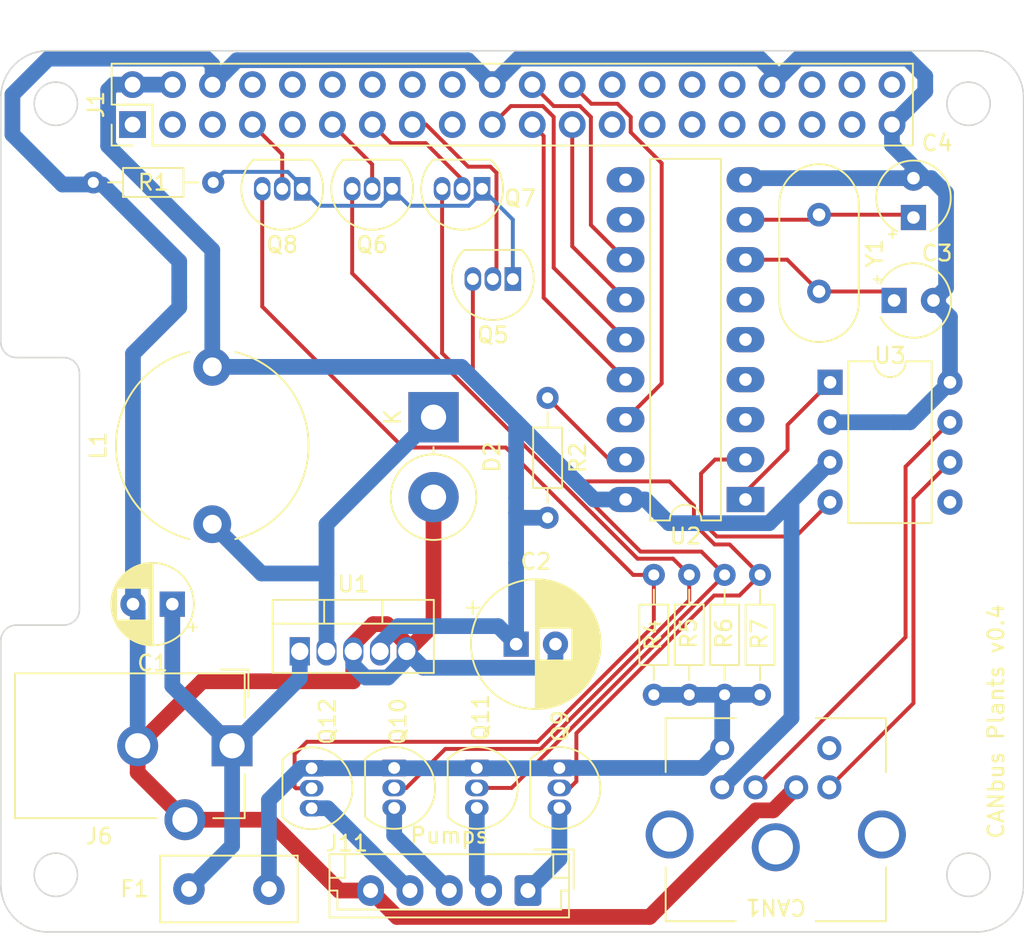
<source format=kicad_pcb>
(kicad_pcb (version 20211014) (generator pcbnew)
  (layers (0 "F.Cu" signal) (31 "B.Cu" signal) (34 "B.Paste" user) (35 "F.Paste" user) (36 "B.SilkS" user "B.Silkscreen") (37 "F.SilkS" user "F.Silkscreen") (38 "B.Mask" user) (39 "F.Mask" user) (44 "Edge.Cuts" user))
  (net 0 "")
  (net 1 "+12V")
  (net 2 "+5v")
  (net 3 "GND")
  (net 10 "Net-(C3-Pad1)")
  (net 11 "Net-(C4-Pad1)")
  (net 24 "SI")
  (net 25 "SO")
  (net 26 "INT")
  (net 27 "SCK")
  (net 28 "CS")
  (net 29 "CANH")
  (net 30 "GPIO4")
  (net 36 "CANL")
  (net 37 "Net-(D2-Pad1)")
  (net 38 "Net-(R2-Pad1)")
  (net 39 "+3v")
  (net 40 "GPIO5")
  (net 41 "Net-(Q5-Pad3)")
  (net 42 "Net-(J11-Pad1)")
  (net 44 "Net-(Q10-Pad2)")
  (net 45 "Net-(Q11-Pad2)")
  (net 46 "Net-(Q12-Pad2)")
  (net 47 "SWCUR")
  (net 49 "GPIO22")
  (net 50 "GPIO27")
  (net 51 "GPIO17")
  (net 55 "Net-(J11-Pad2)")
  (net 56 "Net-(J11-Pad3)")
  (net 57 "Net-(J11-Pad4)")
  (net 58 "PROT_12v")
  (net 60 "Net-(U3-Pad4)")
  (net 61 "Net-(U2-Pad1)")
  (footprint "Package_TO_SOT_THT:TO-92_Inline" (layer "F.Cu") (at 39.37 24.405 180)
    (fp_text reference "Q6" (at 1.27 -3.56) (layer "F.SilkS"))
    (fp_text value "2N3904")
    (pad "1" thru_hole rect (at 0 0 180) (size 1.05 1.5) (drill 0.75) (layers *.Cu *.Mask) (net 47 "SWCUR"))
    (pad "2" thru_hole oval (at 1.27 0 180) (size 1.05 1.5) (drill 0.75) (layers *.Cu *.Mask) (net 51 "GPIO17"))
    (pad "3" thru_hole oval (at 2.54 0 180) (size 1.05 1.5) (drill 0.75) (layers *.Cu *.Mask) (net 44 "Net-(Q10-Pad2)"))
  )
  (footprint "Inductor_THT:L_Radial_D12.0mm_P10.00mm_Neosid_SD12_style1" (layer "F.Cu") (at 27.94 45.72 90)
    (fp_text reference "L1" (at 5 -7.25 90) (layer "F.SilkS"))
    (fp_text value "100uH")
    (pad "1" thru_hole circle (at 0 0 90) (size 2.4 2.4) (drill 1.2) (layers *.Cu *.Mask) (net 37 "Net-(D2-Pad1)"))
    (pad "2" thru_hole circle (at 10 0 90) (size 2.4 2.4) (drill 1.2) (layers *.Cu *.Mask) (net 2 "+5v"))
  )
  (footprint "Capacitor_THT:CP_Radial_D8.0mm_P2.50mm" (layer "F.Cu") (at 47.25 53.34)
    (fp_text reference "C2" (at 1.25 -5.25) (layer "F.SilkS"))
    (fp_text value "1000uF")
    (pad "1" thru_hole rect (at 0 0) (size 1.6 1.6) (drill 0.8) (layers *.Cu *.Mask) (net 2 "+5v"))
    (pad "2" thru_hole circle (at 2.5 0) (size 1.6 1.6) (drill 0.8) (layers *.Cu *.Mask) (net 3 "GND"))
  )
  (footprint "Resistor_THT:R_Axial_DIN0204_L3.6mm_D1.6mm_P7.62mm_Horizontal" (layer "F.Cu") (at 58.25 48.94 -90)
    (fp_text reference "R5" (at 3.71 0.05 90) (layer "F.SilkS"))
    (fp_text value "10k")
    (pad "1" thru_hole circle (at 0 0 270) (size 1.4 1.4) (drill 0.7) (layers *.Cu *.Mask) (net 44 "Net-(Q10-Pad2)"))
    (pad "2" thru_hole oval (at 7.62 0 270) (size 1.4 1.4) (drill 0.7) (layers *.Cu *.Mask) (net 58 "PROT_12v"))
  )
  (footprint "Package_TO_SOT_THT:TO-92_Inline" (layer "F.Cu") (at 34.25 61.23 -90)
    (fp_text reference "Q12" (at -2.98 -1 90) (layer "F.SilkS"))
    (fp_text value "S8550")
    (pad "1" thru_hole rect (at 0 0 270) (size 1.05 1.5) (drill 0.75) (layers *.Cu *.Mask) (net 58 "PROT_12v"))
    (pad "2" thru_hole oval (at 1.27 0 270) (size 1.05 1.5) (drill 0.75) (layers *.Cu *.Mask) (net 46 "Net-(Q12-Pad2)"))
    (pad "3" thru_hole oval (at 2.54 0 270) (size 1.05 1.5) (drill 0.75) (layers *.Cu *.Mask) (net 57 "Net-(J11-Pad4)"))
  )
  (footprint "Package_TO_SOT_THT:TO-92_Inline" (layer "F.Cu") (at 50 61.21 -90)
    (fp_text reference "Q9" (at -2.66 -0.05 90) (layer "F.SilkS"))
    (fp_text value "S8550")
    (pad "1" thru_hole rect (at 0 0 270) (size 1.05 1.5) (drill 0.75) (layers *.Cu *.Mask) (net 58 "PROT_12v"))
    (pad "2" thru_hole oval (at 1.27 0 270) (size 1.05 1.5) (drill 0.75) (layers *.Cu *.Mask) (net 41 "Net-(Q5-Pad3)"))
    (pad "3" thru_hole oval (at 2.54 0 270) (size 1.05 1.5) (drill 0.75) (layers *.Cu *.Mask) (net 42 "Net-(J11-Pad1)"))
  )
  (footprint "Resistor_THT:R_Axial_DIN0204_L3.6mm_D1.6mm_P7.62mm_Horizontal" (layer "F.Cu") (at 56 48.94 -90)
    (fp_text reference "R4" (at 3.81 0.05 90) (layer "F.SilkS"))
    (fp_text value "10k")
    (pad "1" thru_hole circle (at 0 0 270) (size 1.4 1.4) (drill 0.7) (layers *.Cu *.Mask) (net 46 "Net-(Q12-Pad2)"))
    (pad "2" thru_hole oval (at 7.62 0 270) (size 1.4 1.4) (drill 0.7) (layers *.Cu *.Mask) (net 58 "PROT_12v"))
  )
  (footprint "Package_TO_SOT_THT:TO-92_Inline" (layer "F.Cu") (at 33.655 24.405 180)
    (fp_text reference "Q8" (at 1.27 -3.56) (layer "F.SilkS"))
    (fp_text value "2N3904")
    (pad "1" thru_hole rect (at 0 0 180) (size 1.05 1.5) (drill 0.75) (layers *.Cu *.Mask) (net 47 "SWCUR"))
    (pad "2" thru_hole oval (at 1.27 0 180) (size 1.05 1.5) (drill 0.75) (layers *.Cu *.Mask) (net 30 "GPIO4"))
    (pad "3" thru_hole oval (at 2.54 0 180) (size 1.05 1.5) (drill 0.75) (layers *.Cu *.Mask) (net 46 "Net-(Q12-Pad2)"))
  )
  (footprint "Footprints:Connector_MiniDIN_6" (layer "F.Cu") (at 63.75 66.25 180)
    (fp_text reference "CAN1" (at 0 -3.81 180 unlocked) (layer "F.SilkS"))
    (fp_text value "Mini-DIN-6")
    (pad "" thru_hole circle (at -6.7437 0.8128 180) (size 3.048 3.048) (drill 2.1844) (layers *.Cu *.Mask))
    (pad "" thru_hole circle (at 6.7437 0.8128 180) (size 3.048 3.048) (drill 2.1844) (layers *.Cu *.Mask))
    (pad "" thru_hole circle (at 0 0 180) (size 3.048 3.048) (drill 2.1844) (layers *.Cu *.Mask))
    (pad "1" thru_hole circle (at -1.2954 3.81 180) (size 1.524 1.524) (drill 0.889) (layers *.Cu *.Mask) (net 3 "GND"))
    (pad "2" thru_hole circle (at 1.2954 3.81 180) (size 1.524 1.524) (drill 0.889) (layers *.Cu *.Mask) (net 29 "CANH"))
    (pad "3" thru_hole circle (at -3.4036 3.81 180) (size 1.524 1.524) (drill 0.889) (layers *.Cu *.Mask) (net 36 "CANL"))
    (pad "4" thru_hole circle (at 3.4036 3.81 180) (size 1.524 1.524) (drill 0.889) (layers *.Cu *.Mask) (net 2 "+5v"))
    (pad "5" thru_hole circle (at -3.4036 6.2992 180) (size 1.524 1.524) (drill 0.889) (layers *.Cu *.Mask))
    (pad "6" thru_hole circle (at 3.4036 6.2992 180) (size 1.524 1.524) (drill 0.889) (layers *.Cu *.Mask) (net 58 "PROT_12v"))
  )
  (footprint "Capacitor_THT:CP_Radial_D5.0mm_P2.50mm" (layer "F.Cu") (at 25.4 50.8 180)
    (fp_text reference "C1" (at 1.25 -3.75) (layer "F.SilkS"))
    (fp_text value "100uF")
    (pad "1" thru_hole rect (at 0 0 180) (size 1.6 1.6) (drill 0.8) (layers *.Cu *.Mask) (net 1 "+12V"))
    (pad "2" thru_hole circle (at 2.5 0 180) (size 1.6 1.6) (drill 0.8) (layers *.Cu *.Mask) (net 3 "GND"))
  )
  (footprint "Package_DIP:DIP-8_W7.62mm" (layer "F.Cu") (at 67.2 36.7)
    (fp_text reference "U3" (at 3.81 -1.7) (layer "F.SilkS"))
    (fp_text value "MCP2561-E-P")
    (pad "1" thru_hole rect (at 0 0) (size 1.6 1.6) (drill 0.8) (layers *.Cu *.Mask) (net 61 "Net-(U2-Pad1)"))
    (pad "2" thru_hole oval (at 0 2.54) (size 1.6 1.6) (drill 0.8) (layers *.Cu *.Mask) (net 3 "GND"))
    (pad "3" thru_hole oval (at 0 5.08) (size 1.6 1.6) (drill 0.8) (layers *.Cu *.Mask) (net 2 "+5v"))
    (pad "4" thru_hole oval (at 0 7.62) (size 1.6 1.6) (drill 0.8) (layers *.Cu *.Mask) (net 60 "Net-(U3-Pad4)"))
    (pad "5" thru_hole oval (at 7.62 7.62) (size 1.6 1.6) (drill 0.8) (layers *.Cu *.Mask))
    (pad "6" thru_hole oval (at 7.62 5.08) (size 1.6 1.6) (drill 0.8) (layers *.Cu *.Mask) (net 36 "CANL"))
    (pad "7" thru_hole oval (at 7.62 2.54) (size 1.6 1.6) (drill 0.8) (layers *.Cu *.Mask) (net 29 "CANH"))
    (pad "8" thru_hole oval (at 7.62 0) (size 1.6 1.6) (drill 0.8) (layers *.Cu *.Mask) (net 3 "GND"))
  )
  (footprint "Fuse:Fuse_Littelfuse_395Series" (layer "F.Cu") (at 26.46 68.9)
    (fp_text reference "F1" (at -3.46 0) (layer "F.SilkS"))
    (fp_text value "Polyfuse")
    (pad "1" thru_hole circle (at 0 0) (size 2 2) (drill 1) (layers *.Cu *.Mask) (net 1 "+12V"))
    (pad "2" thru_hole circle (at 5.08 0.01) (size 2 2) (drill 1) (layers *.Cu *.Mask) (net 58 "PROT_12v"))
  )
  (footprint "Package_DIP:DIP-18_W7.62mm_LongPads" (layer "F.Cu") (at 61.825 44.15 180)
    (fp_text reference "U2" (at 3.81 -2.33) (layer "F.SilkS"))
    (fp_text value "MCP2515")
    (pad "1" thru_hole rect (at 0 0 180) (size 2.4 1.6) (drill 0.8) (layers *.Cu *.Mask) (net 61 "Net-(U2-Pad1)"))
    (pad "2" thru_hole oval (at 0 2.54 180) (size 2.4 1.6) (drill 0.8) (layers *.Cu *.Mask) (net 60 "Net-(U3-Pad4)"))
    (pad "3" thru_hole oval (at 0 5.08 180) (size 2.4 1.6) (drill 0.8) (layers *.Cu *.Mask))
    (pad "4" thru_hole oval (at 0 7.62 180) (size 2.4 1.6) (drill 0.8) (layers *.Cu *.Mask))
    (pad "5" thru_hole oval (at 0 10.16 180) (size 2.4 1.6) (drill 0.8) (layers *.Cu *.Mask))
    (pad "6" thru_hole oval (at 0 12.7 180) (size 2.4 1.6) (drill 0.8) (layers *.Cu *.Mask))
    (pad "7" thru_hole oval (at 0 15.24 180) (size 2.4 1.6) (drill 0.8) (layers *.Cu *.Mask) (net 10 "Net-(C3-Pad1)"))
    (pad "8" thru_hole oval (at 0 17.78 180) (size 2.4 1.6) (drill 0.8) (layers *.Cu *.Mask) (net 11 "Net-(C4-Pad1)"))
    (pad "9" thru_hole oval (at 0 20.32 180) (size 2.4 1.6) (drill 0.8) (layers *.Cu *.Mask) (net 3 "GND"))
    (pad "10" thru_hole oval (at 7.62 20.32 180) (size 2.4 1.6) (drill 0.8) (layers *.Cu *.Mask))
    (pad "11" thru_hole oval (at 7.62 17.78 180) (size 2.4 1.6) (drill 0.8) (layers *.Cu *.Mask))
    (pad "12" thru_hole oval (at 7.62 15.24 180) (size 2.4 1.6) (drill 0.8) (layers *.Cu *.Mask) (net 26 "INT"))
    (pad "13" thru_hole oval (at 7.62 12.7 180) (size 2.4 1.6) (drill 0.8) (layers *.Cu *.Mask) (net 27 "SCK"))
    (pad "14" thru_hole oval (at 7.62 10.16 180) (size 2.4 1.6) (drill 0.8) (layers *.Cu *.Mask) (net 24 "SI"))
    (pad "15" thru_hole oval (at 7.62 7.62 180) (size 2.4 1.6) (drill 0.8) (layers *.Cu *.Mask) (net 25 "SO"))
    (pad "16" thru_hole oval (at 7.62 5.08 180) (size 2.4 1.6) (drill 0.8) (layers *.Cu *.Mask) (net 28 "CS"))
    (pad "17" thru_hole oval (at 7.62 2.54 180) (size 2.4 1.6) (drill 0.8) (layers *.Cu *.Mask) (net 38 "Net-(R2-Pad1)"))
    (pad "18" thru_hole oval (at 7.62 0 180) (size 2.4 1.6) (drill 0.8) (layers *.Cu *.Mask) (net 2 "+5v"))
  )
  (footprint "Package_TO_SOT_THT:TO-92_Inline" (layer "F.Cu") (at 39.5 61.21 -90)
    (fp_text reference "Q10" (at -2.96 -0.25 90) (layer "F.SilkS"))
    (fp_text value "S8550")
    (pad "1" thru_hole rect (at 0 0 270) (size 1.05 1.5) (drill 0.75) (layers *.Cu *.Mask) (net 58 "PROT_12v"))
    (pad "2" thru_hole oval (at 1.27 0 270) (size 1.05 1.5) (drill 0.75) (layers *.Cu *.Mask) (net 44 "Net-(Q10-Pad2)"))
    (pad "3" thru_hole oval (at 2.54 0 270) (size 1.05 1.5) (drill 0.75) (layers *.Cu *.Mask) (net 56 "Net-(J11-Pad3)"))
  )
  (footprint "Package_TO_SOT_THT:TO-92_Inline" (layer "F.Cu") (at 47.04 30.14 180)
    (fp_text reference "Q5" (at 1.27 -3.56) (layer "F.SilkS"))
    (fp_text value "2N3904")
    (pad "1" thru_hole rect (at 0 0 180) (size 1.05 1.5) (drill 0.75) (layers *.Cu *.Mask) (net 47 "SWCUR"))
    (pad "2" thru_hole oval (at 1.27 0 180) (size 1.05 1.5) (drill 0.75) (layers *.Cu *.Mask) (net 49 "GPIO22"))
    (pad "3" thru_hole oval (at 2.54 0 180) (size 1.05 1.5) (drill 0.75) (layers *.Cu *.Mask) (net 41 "Net-(Q5-Pad3)"))
  )
  (footprint "Resistor_THT:R_Axial_DIN0204_L3.6mm_D1.6mm_P7.62mm_Horizontal" (layer "F.Cu") (at 62.75 48.94 -90)
    (fp_text reference "R7" (at 3.76 0.05 90) (layer "F.SilkS"))
    (fp_text value "10k")
    (pad "1" thru_hole circle (at 0 0 270) (size 1.4 1.4) (drill 0.7) (layers *.Cu *.Mask) (net 41 "Net-(Q5-Pad3)"))
    (pad "2" thru_hole oval (at 7.62 0 270) (size 1.4 1.4) (drill 0.7) (layers *.Cu *.Mask) (net 58 "PROT_12v"))
  )
  (footprint "Package_TO_SOT_THT:TO-92_Inline" (layer "F.Cu") (at 44.75 61.21 -90)
    (fp_text reference "Q11" (at -3.21 -0.25 90) (layer "F.SilkS"))
    (fp_text value "S8550")
    (pad "1" thru_hole rect (at 0 0 270) (size 1.05 1.5) (drill 0.75) (layers *.Cu *.Mask) (net 58 "PROT_12v"))
    (pad "2" thru_hole oval (at 1.27 0 270) (size 1.05 1.5) (drill 0.75) (layers *.Cu *.Mask) (net 45 "Net-(Q11-Pad2)"))
    (pad "3" thru_hole oval (at 2.54 0 270) (size 1.05 1.5) (drill 0.75) (layers *.Cu *.Mask) (net 55 "Net-(J11-Pad2)"))
  )
  (footprint "Crystal:Crystal_HC49-U_Vertical" (layer "F.Cu") (at 66.5 26.05 -90)
    (fp_text reference "Y1" (at 2.44 -3.525 90) (layer "F.SilkS"))
    (fp_text value "Crystal")
    (pad "1" thru_hole circle (at 0 0 270) (size 1.5 1.5) (drill 0.8) (layers *.Cu *.Mask) (net 11 "Net-(C4-Pad1)"))
    (pad "2" thru_hole circle (at 4.88 0 270) (size 1.5 1.5) (drill 0.8) (layers *.Cu *.Mask) (net 10 "Net-(C3-Pad1)"))
  )
  (footprint "Connector_PinHeader_2.54mm:PinHeader_2x20_P2.54mm_Vertical" (layer "F.Cu") (at 22.875 20.325 90)
    (fp_text reference "J1" (at 1.27 -2.33 90) (layer "F.SilkS"))
    (fp_text value "Raspberry_Pi_2_3")
    (pad "1" thru_hole rect (at 0 0 90) (size 1.7 1.7) (drill 1) (layers *.Cu *.Mask) (net 39 "+3v"))
    (pad "2" thru_hole oval (at 2.54 0 90) (size 1.7 1.7) (drill 1) (layers *.Cu *.Mask) (net 2 "+5v"))
    (pad "3" thru_hole oval (at 0 2.54 90) (size 1.7 1.7) (drill 1) (layers *.Cu *.Mask))
    (pad "4" thru_hole oval (at 2.54 2.54 90) (size 1.7 1.7) (drill 1) (layers *.Cu *.Mask) (net 2 "+5v"))
    (pad "5" thru_hole oval (at 0 5.08 90) (size 1.7 1.7) (drill 1) (layers *.Cu *.Mask))
    (pad "6" thru_hole oval (at 2.54 5.08 90) (size 1.7 1.7) (drill 1) (layers *.Cu *.Mask) (net 3 "GND"))
    (pad "7" thru_hole oval (at 0 7.62 90) (size 1.7 1.7) (drill 1) (layers *.Cu *.Mask) (net 30 "GPIO4"))
    (pad "8" thru_hole oval (at 2.54 7.62 90) (size 1.7 1.7) (drill 1) (layers *.Cu *.Mask))
    (pad "9" thru_hole oval (at 0 10.16 90) (size 1.7 1.7) (drill 1) (layers *.Cu *.Mask))
    (pad "10" thru_hole oval (at 2.54 10.16 90) (size 1.7 1.7) (drill 1) (layers *.Cu *.Mask))
    (pad "11" thru_hole oval (at 0 12.7 90) (size 1.7 1.7) (drill 1) (layers *.Cu *.Mask) (net 51 "GPIO17"))
    (pad "12" thru_hole oval (at 2.54 12.7 90) (size 1.7 1.7) (drill 1) (layers *.Cu *.Mask))
    (pad "13" thru_hole oval (at 0 15.24 90) (size 1.7 1.7) (drill 1) (layers *.Cu *.Mask) (net 50 "GPIO27"))
    (pad "14" thru_hole oval (at 2.54 15.24 90) (size 1.7 1.7) (drill 1) (layers *.Cu *.Mask))
    (pad "15" thru_hole oval (at 0 17.78 90) (size 1.7 1.7) (drill 1) (layers *.Cu *.Mask) (net 49 "GPIO22"))
    (pad "16" thru_hole oval (at 2.54 17.78 90) (size 1.7 1.7) (drill 1) (layers *.Cu *.Mask))
    (pad "17" thru_hole oval (at 0 20.32 90) (size 1.7 1.7) (drill 1) (layers *.Cu *.Mask))
    (pad "18" thru_hole oval (at 2.54 20.32 90) (size 1.7 1.7) (drill 1) (layers *.Cu *.Mask))
    (pad "19" thru_hole oval (at 0 22.86 90) (size 1.7 1.7) (drill 1) (layers *.Cu *.Mask) (net 24 "SI"))
    (pad "20" thru_hole oval (at 2.54 22.86 90) (size 1.7 1.7) (drill 1) (layers *.Cu *.Mask) (net 3 "GND"))
    (pad "21" thru_hole oval (at 0 25.4 90) (size 1.7 1.7) (drill 1) (layers *.Cu *.Mask) (net 25 "SO"))
    (pad "22" thru_hole oval (at 2.54 25.4 90) (size 1.7 1.7) (drill 1) (layers *.Cu *.Mask) (net 26 "INT"))
    (pad "23" thru_hole oval (at 0 27.94 90) (size 1.7 1.7) (drill 1) (layers *.Cu *.Mask) (net 27 "SCK"))
    (pad "24" thru_hole oval (at 2.54 27.94 90) (size 1.7 1.7) (drill 1) (layers *.Cu *.Mask) (net 28 "CS"))
    (pad "25" thru_hole oval (at 0 30.48 90) (size 1.7 1.7) (drill 1) (layers *.Cu *.Mask))
    (pad "26" thru_hole oval (at 2.54 30.48 90) (size 1.7 1.7) (drill 1) (layers *.Cu *.Mask))
    (pad "27" thru_hole oval (at 0 33.02 90) (size 1.7 1.7) (drill 1) (layers *.Cu *.Mask))
    (pad "28" thru_hole oval (at 2.54 33.02 90) (size 1.7 1.7) (drill 1) (layers *.Cu *.Mask))
    (pad "29" thru_hole oval (at 0 35.56 90) (size 1.7 1.7) (drill 1) (layers *.Cu *.Mask) (net 40 "GPIO5"))
    (pad "30" thru_hole oval (at 2.54 35.56 90) (size 1.7 1.7) (drill 1) (layers *.Cu *.Mask))
    (pad "31" thru_hole oval (at 0 38.1 90) (size 1.7 1.7) (drill 1) (layers *.Cu *.Mask))
    (pad "32" thru_hole oval (at 2.54 38.1 90) (size 1.7 1.7) (drill 1) (layers *.Cu *.Mask))
    (pad "33" thru_hole oval (at 0 40.64 90) (size 1.7 1.7) (drill 1) (layers *.Cu *.Mask))
    (pad "34" thru_hole oval (at 2.54 40.64 90) (size 1.7 1.7) (drill 1) (layers *.Cu *.Mask) (net 3 "GND"))
    (pad "35" thru_hole oval (at 0 43.18 90) (size 1.7 1.7) (drill 1) (layers *.Cu *.Mask))
    (pad "36" thru_hole oval (at 2.54 43.18 90) (size 1.7 1.7) (drill 1) (layers *.Cu *.Mask))
    (pad "37" thru_hole oval (at 0 45.72 90) (size 1.7 1.7) (drill 1) (layers *.Cu *.Mask))
    (pad "38" thru_hole oval (at 2.54 45.72 90) (size 1.7 1.7) (drill 1) (layers *.Cu *.Mask))
    (pad "39" thru_hole oval (at 0 48.26 90) (size 1.7 1.7) (drill 1) (layers *.Cu *.Mask) (net 3 "GND"))
    (pad "40" thru_hole oval (at 2.54 48.26 90) (size 1.7 1.7) (drill 1) (layers *.Cu *.Mask))
  )
  (footprint "Resistor_THT:R_Axial_DIN0204_L3.6mm_D1.6mm_P7.62mm_Horizontal" (layer "F.Cu") (at 49.25 37.69 -90)
    (fp_text reference "R2" (at 3.81 -1.92 90) (layer "F.SilkS"))
    (fp_text value "10k")
    (pad "1" thru_hole circle (at 0 0 270) (size 1.4 1.4) (drill 0.7) (layers *.Cu *.Mask) (net 38 "Net-(R2-Pad1)"))
    (pad "2" thru_hole oval (at 7.62 0 270) (size 1.4 1.4) (drill 0.7) (layers *.Cu *.Mask) (net 2 "+5v"))
  )
  (footprint "Capacitor_THT:CP_Radial_Tantal_D4.5mm_P2.50mm" (layer "F.Cu") (at 71.271144 31.5)
    (fp_text reference "C3" (at 2.728856 -3) (layer "F.SilkS"))
    (fp_text value "22p")
    (pad "1" thru_hole rect (at 0 0) (size 1.6 1.6) (drill 0.8) (layers *.Cu *.Mask) (net 10 "Net-(C3-Pad1)"))
    (pad "2" thru_hole circle (at 2.5 0) (size 1.6 1.6) (drill 0.8) (layers *.Cu *.Mask) (net 3 "GND"))
  )
  (footprint "Package_TO_SOT_THT:TO-220-5_Vertical" (layer "F.Cu") (at 33.5 53.8)
    (fp_text reference "U1" (at 3.4 -4.27) (layer "F.SilkS"))
    (fp_text value "LM2576T-5")
    (pad "1" thru_hole rect (at 0 0) (size 1.275 1.8) (drill 1.1) (layers *.Cu *.Mask) (net 1 "+12V"))
    (pad "2" thru_hole oval (at 1.7 0) (size 1.275 1.8) (drill 1.1) (layers *.Cu *.Mask) (net 37 "Net-(D2-Pad1)"))
    (pad "3" thru_hole oval (at 3.4 0) (size 1.275 1.8) (drill 1.1) (layers *.Cu *.Mask) (net 3 "GND"))
    (pad "4" thru_hole oval (at 5.1 0) (size 1.275 1.8) (drill 1.1) (layers *.Cu *.Mask) (net 2 "+5v"))
    (pad "5" thru_hole oval (at 6.8 0) (size 1.275 1.8) (drill 1.1) (layers *.Cu *.Mask) (net 3 "GND"))
  )
  (footprint "Connector_JST:JST_EH_B5B-EH-A_1x05_P2.50mm_Vertical" (layer "F.Cu") (at 48 69 180)
    (fp_text reference "J11" (at 11.5 3) (layer "F.SilkS"))
    (fp_text value "Conn_01x05_Male")
    (pad "1" thru_hole roundrect (at 0 0 180) (size 1.7 1.95) (drill 0.95) (layers *.Cu *.Mask) (roundrect_rratio 0.1470588235) (net 42 "Net-(J11-Pad1)"))
    (pad "2" thru_hole oval (at 2.5 0 180) (size 1.7 1.95) (drill 0.95) (layers *.Cu *.Mask) (net 55 "Net-(J11-Pad2)"))
    (pad "3" thru_hole oval (at 5 0 180) (size 1.7 1.95) (drill 0.95) (layers *.Cu *.Mask) (net 56 "Net-(J11-Pad3)"))
    (pad "4" thru_hole oval (at 7.5 0 180) (size 1.7 1.95) (drill 0.95) (layers *.Cu *.Mask) (net 57 "Net-(J11-Pad4)"))
    (pad "5" thru_hole oval (at 10 0 180) (size 1.7 1.95) (drill 0.95) (layers *.Cu *.Mask) (net 3 "GND"))
  )
  (footprint "Diode_THT:D_DO-201AD_P5.08mm_Vertical_KathodeUp" (layer "F.Cu") (at 42 38.92 -90)
    (fp_text reference "D2" (at 2.54 -3.72 90) (layer "F.SilkS"))
    (fp_text value "1n5823")
    (fp_text user "K" (at 0 2.6 90) (layer "F.SilkS"))
    (pad "1" thru_hole rect (at 0 0 270) (size 3.2 3.2) (drill 1.6) (layers *.Cu *.Mask) (net 37 "Net-(D2-Pad1)"))
    (pad "2" thru_hole oval (at 5.08 0 270) (size 3.2 3.2) (drill 1.6) (layers *.Cu *.Mask) (net 3 "GND"))
  )
  (footprint "Package_TO_SOT_THT:TO-92_Inline" (layer "F.Cu") (at 45.085 24.405 180)
    (fp_text reference "Q7" (at -2.415 -0.595) (layer "F.SilkS"))
    (fp_text value "2N3904")
    (pad "1" thru_hole rect (at 0 0 180) (size 1.05 1.5) (drill 0.75) (layers *.Cu *.Mask) (net 47 "SWCUR"))
    (pad "2" thru_hole oval (at 1.27 0 180) (size 1.05 1.5) (drill 0.75) (layers *.Cu *.Mask) (net 50 "GPIO27"))
    (pad "3" thru_hole oval (at 2.54 0 180) (size 1.05 1.5) (drill 0.75) (layers *.Cu *.Mask) (net 45 "Net-(Q11-Pad2)"))
  )
  (footprint "Capacitor_THT:CP_Radial_Tantal_D4.5mm_P2.50mm" (layer "F.Cu") (at 72.5 26.228856 90)
    (fp_text reference "C4" (at 4.728856 1.5 180) (layer "F.SilkS"))
    (fp_text value "22p")
    (pad "1" thru_hole rect (at 0 0 90) (size 1.6 1.6) (drill 0.8) (layers *.Cu *.Mask) (net 11 "Net-(C4-Pad1)"))
    (pad "2" thru_hole circle (at 2.5 0 90) (size 1.6 1.6) (drill 0.8) (layers *.Cu *.Mask) (net 3 "GND"))
  )
  (footprint "Resistor_THT:R_Axial_DIN0204_L3.6mm_D1.6mm_P7.62mm_Horizontal" (layer "F.Cu") (at 28 24 180)
    (fp_text reference "R1" (at 3.81 0) (layer "F.SilkS"))
    (fp_text value "1k")
    (pad "1" thru_hole circle (at 0 0 180) (size 1.4 1.4) (drill 0.7) (layers *.Cu *.Mask) (net 47 "SWCUR"))
    (pad "2" thru_hole oval (at 7.62 0 180) (size 1.4 1.4) (drill 0.7) (layers *.Cu *.Mask) (net 3 "GND"))
  )
  (footprint "Resistor_THT:R_Axial_DIN0204_L3.6mm_D1.6mm_P7.62mm_Horizontal" (layer "F.Cu") (at 60.5 48.94 -90)
    (fp_text reference "R6" (at 3.71 0.05 90) (layer "F.SilkS"))
    (fp_text value "10k")
    (pad "1" thru_hole circle (at 0 0 270) (size 1.4 1.4) (drill 0.7) (layers *.Cu *.Mask) (net 45 "Net-(Q11-Pad2)"))
    (pad "2" thru_hole oval (at 7.62 0 270) (size 1.4 1.4) (drill 0.7) (layers *.Cu *.Mask) (net 58 "PROT_12v"))
  )
  (footprint "Connector_BarrelJack:BarrelJack_CUI_PJ-102AH_Horizontal" (layer "F.Cu") (at 29.2 59.8 -90)
    (fp_text reference "J6" (at 5.75 8.45) (layer "F.SilkS"))
    (fp_text value "Barrel_Jack")
    (pad "1" thru_hole rect (at 0 0 270) (size 2.6 2.6) (drill 1.6) (layers *.Cu *.Mask) (net 1 "+12V"))
    (pad "2" thru_hole circle (at 0 6 270) (size 2.6 2.6) (drill 1.6) (layers *.Cu *.Mask) (net 3 "GND"))
    (pad "3" thru_hole circle (at 4.7 3 270) (size 2.6 2.6) (drill 1.6) (layers *.Cu *.Mask) (net 3 "GND"))
  )
  (gr_line (start 15.5 35.13132) (end 18.5 35.13132) (layer "Edge.Cuts") (width 0.1))
  (gr_arc (start 14.5 53.13132) (mid 14.792893 52.424213) (end 15.5 52.13132) (layer "Edge.Cuts") (width 0.1))
  (gr_arc (start 17.5 71.63132) (mid 15.37868 70.75264) (end 14.5 68.63132) (layer "Edge.Cuts") (width 0.1))
  (gr_circle (center 18 68) (end 19.375 68) (layer "Edge.Cuts") (width 0.1) (fill none))
  (gr_arc (start 18.5 35.13132) (mid 19.207107 35.424213) (end 19.5 36.13132) (layer "Edge.Cuts") (width 0.1))
  (gr_arc (start 15.5 35.13132) (mid 14.792893 34.838427) (end 14.5 34.13132) (layer "Edge.Cuts") (width 0.1))
  (gr_line (start 19.5 36.13132) (end 19.5 51.13132) (layer "Edge.Cuts") (width 0.1))
  (gr_line (start 17.5 71.63132) (end 76.5 71.63132) (layer "Edge.Cuts") (width 0.1))
  (gr_circle (center 76 19) (end 77.375 19) (layer "Edge.Cuts") (width 0.1) (fill none))
  (gr_line (start 14.5 18.63132) (end 14.5 34.13132) (layer "Edge.Cuts") (width 0.1))
  (gr_circle (center 18 19) (end 19.375 19) (layer "Edge.Cuts") (width 0.1) (fill none))
  (gr_arc (start 19.5 51.13132) (mid 19.207107 51.838427) (end 18.5 52.13132) (layer "Edge.Cuts") (width 0.1))
  (gr_line (start 79.5 18.63132) (end 79.5 68.63132) (layer "Edge.Cuts") (width 0.1))
  (gr_line (start 14.5 53.13132) (end 14.5 68.63132) (layer "Edge.Cuts") (width 0.1))
  (gr_arc (start 79.5 68.63132) (mid 78.62132 70.75264) (end 76.5 71.63132) (layer "Edge.Cuts") (width 0.1))
  (gr_line (start 18.5 52.13132) (end 15.5 52.13132) (layer "Edge.Cuts") (width 0.1))
  (gr_circle (center 76 68) (end 77.375 68) (layer "Edge.Cuts") (width 0.1) (fill none))
  (gr_line (start 17.5 15.63132) (end 76.5 15.63132) (layer "Edge.Cuts") (width 0.1))
  (gr_arc (start 76.5 15.63132) (mid 78.62132 16.51) (end 79.5 18.63132) (layer "Edge.Cuts") (width 0.1))
  (gr_arc (start 14.5 18.63132) (mid 15.37868 16.51) (end 17.5 15.63132) (layer "Edge.Cuts") (width 0.1))
  (gr_text "Pumps" (at 43 65.5) (layer "F.SilkS") (effects (font (size 1 1))))
  (gr_text "CANbus Plants v0.4" (at 77.75 58.25 90) (layer "F.SilkS") (effects (font (size 1 1))))
  (segment (start 33.5 55.5) (end 29.2 59.8) (width 1) (layer "B.Cu") (net 1))
  (segment (start 29.2 66.16) (end 26.46 68.9) (width 1) (layer "B.Cu") (net 1))
  (segment (start 25.4 50.8) (end 25.4 56) (width 1) (layer "B.Cu") (net 1))
  (segment (start 33.5 53.8) (end 33.5 55.5) (width 1) (layer "B.Cu") (net 1))
  (segment (start 25.4 56) (end 29.2 59.8) (width 1) (layer "B.Cu") (net 1))
  (segment (start 29.2 59.8) (end 29.2 66.16) (width 1) (layer "B.Cu") (net 1))
  (segment (start 55.46 44.15) (end 56.962711 45.652711) (width 1) (layer "B.Cu") (net 2))
  (segment (start 67.2 41.78) (end 64.75 44.23) (width 1) (layer "B.Cu") (net 2))
  (segment (start 25.415 17.785) (end 22.875 17.785) (width 1) (layer "B.Cu") (net 2))
  (segment (start 63.327289 45.652711) (end 67.2 41.78) (width 1) (layer "B.Cu") (net 2))
  (segment (start 21.322289 18.13563) (end 21.672919 17.785) (width 1) (layer "B.Cu") (net 2))
  (segment (start 47.25 39.2) (end 52.2 44.15) (width 1) (layer "B.Cu") (net 2))
  (segment (start 21.322289 21.674578) (end 27.94 28.292289) (width 1) (layer "B.Cu") (net 2))
  (segment (start 47.25 48.2) (end 47.25 45) (width 1) (layer "B.Cu") (net 2))
  (segment (start 47.25 39.2) (end 43.77 35.72) (width 1) (layer "B.Cu") (net 2))
  (segment (start 64.75 58.0364) (end 60.3464 62.44) (width 1) (layer "B.Cu") (net 2))
  (segment (start 38.6 53.8) (end 38.6 53.342143) (width 1) (layer "B.Cu") (net 2))
  (segment (start 49.25 45.31) (end 47.56 45.31) (width 1) (layer "B.Cu") (net 2))
  (segment (start 47.25 48.2) (end 47.25 53.34) (width 1) (layer "B.Cu") (net 2))
  (segment (start 21.322289 21.674578) (end 21.322289 18.13563) (width 1) (layer "B.Cu") (net 2))
  (segment (start 39.744863 52.19728) (end 46.10728 52.19728) (width 1) (layer "B.Cu") (net 2))
  (segment (start 54.205 44.15) (end 55.46 44.15) (width 1) (layer "B.Cu") (net 2))
  (segment (start 47.25 44.05) (end 47.25 39.2) (width 1) (layer "B.Cu") (net 2))
  (segment (start 46.10728 52.19728) (end 47.25 53.34) (width 1) (layer "B.Cu") (net 2))
  (segment (start 38.6 53.342143) (end 39.744863 52.19728) (width 1) (layer "B.Cu") (net 2))
  (segment (start 43.77 35.72) (end 27.94 35.72) (width 1) (layer "B.Cu") (net 2))
  (segment (start 27.94 28.292289) (end 27.94 35.72) (width 1) (layer "B.Cu") (net 2))
  (segment (start 52.2 44.15) (end 54.205 44.15) (width 1) (layer "B.Cu") (net 2))
  (segment (start 47.56 45.31) (end 47.25 45) (width 1) (layer "B.Cu") (net 2))
  (segment (start 56.962711 45.652711) (end 63.327289 45.652711) (width 1) (layer "B.Cu") (net 2))
  (segment (start 64.75 44.23) (end 64.75 58.0364) (width 1) (layer "B.Cu") (net 2))
  (segment (start 47.25 45) (end 47.25 44.05) (width 1) (layer "B.Cu") (net 2))
  (segment (start 21.672919 17.785) (end 22.875 17.785) (width 1) (layer "B.Cu") (net 2))
  (segment (start 63.580689 63.904711) (end 65.0454 62.44) (width 1) (layer "F.Cu") (net 3))
  (segment (start 38.172143 52.07) (end 36.9 53.342143) (width 1) (layer "F.Cu") (net 3))
  (segment (start 27.3 55.7) (end 23.2 59.8) (width 1) (layer "F.Cu") (net 3))
  (segment (start 31.5 64.5) (end 36 69) (width 1) (layer "F.Cu") (net 3))
  (segment (start 26.2 64.5) (end 31.5 64.5) (width 1) (layer "F.Cu") (net 3))
  (segment (start 40.3 53.342143) (end 39.027857 52.07) (width 1) (layer "F.Cu") (net 3))
  (segment (start 40.3 53.8) (end 40.3 53.342143) (width 1) (layer "F.Cu") (net 3))
  (segment (start 39.027857 52.07) (end 38.172143 52.07) (width 1) (layer "F.Cu") (net 3))
  (segment (start 38 69) (end 39.67772 70.67772) (width 1) (layer "F.Cu") (net 3))
  (segment (start 62.5 63.904711) (end 63.580689 63.904711) (width 1) (layer "F.Cu") (net 3))
  (segment (start 23.2 61.5) (end 26.2 64.5) (width 1) (layer "F.Cu") (net 3))
  (segment (start 42 44) (end 42 52.1) (width 1) (layer "F.Cu") (net 3))
  (segment (start 36 69) (end 38 69) (width 1) (layer "F.Cu") (net 3))
  (segment (start 42 52.1) (end 40.3 53.8) (width 1) (layer "F.Cu") (net 3))
  (segment (start 39.67772 70.67772) (end 55.726991 70.67772) (width 1) (layer "F.Cu") (net 3))
  (segment (start 55.726991 70.67772) (end 62.5 63.904711) (width 1) (layer "F.Cu") (net 3))
  (segment (start 36.9 55.7) (end 27.3 55.7) (width 1) (layer "F.Cu") (net 3))
  (segment (start 36.9 53.8) (end 36.9 55.7) (width 1) (layer "F.Cu") (net 3))
  (segment (start 23.2 59.8) (end 23.2 61.5) (width 1) (layer "F.Cu") (net 3))
  (segment (start 36.9 53.342143) (end 36.9 53.8) (width 1) (layer "F.Cu") (net 3))
  (segment (start 18.415 24.13) (end 20.955 24.13) (width 1) (layer "B.Cu") (net 3))
  (segment (start 71.26 39.24) (end 67.2 39.24) (width 1) (layer "B.Cu") (net 3))
  (segment (start 72.5 23.728856) (end 73.63137 23.728856) (width 1) (layer "B.Cu") (net 3))
  (segment (start 61.926144 23.728856) (end 61.825 23.83) (width 1) (layer "B.Cu") (net 3))
  (segment (start 25.84 31.945) (end 25.84 31.25) (width 1) (layer "B.Cu") (net 3))
  (segment (start 40.3 53.8) (end 40.3 54.258759) (width 1) (layer "B.Cu") (net 3))
  (segment (start 23.2 51.1) (end 22.9 50.8) (width 1) (layer "B.Cu") (net 3))
  (segment (start 20.955 24.13) (end 25.84 29.015) (width 1) (layer "B.Cu") (net 3))
  (segment (start 72.28 39.24) (end 71.26 39.24) (width 1) (layer "B.Cu") (net 3))
  (segment (start 40.3 53.8) (end 41.342711 54.842711) (width 1) (layer "B.Cu") (net 3))
  (segment (start 25.84 29.015) (end 25.84 31.25) (width 1) (layer "B.Cu") (net 3))
  (segment (start 74.571143 30.700001) (end 73.771144 31.5) (width 1) (layer "B.Cu") (net 3))
  (segment (start 74.571143 24.668629) (end 74.571143 30.700001) (width 1) (layer "B.Cu") (net 3))
  (segment (start 73.25 18.21) (end 71.135 20.325) (width 1) (layer "B.Cu") (net 3))
  (segment (start 37.680577 55.460577) (end 36.9 54.68) (width 1) (layer "B.Cu") (net 3))
  (segment (start 47.38866 16.13134) (end 62.75 16.13134) (width 1) (layer "B.Cu") (net 3))
  (segment (start 63.515 17.785) (end 65.16866 16.13134) (width 1) (layer "B.Cu") (net 3))
  (segment (start 15.24 20.955) (end 18.415 24.13) (width 1) (layer "B.Cu") (net 3))
  (segment (start 27.955 16.525) (end 27.56134 16.13134) (width 1) (layer "B.Cu") (net 3))
  (segment (start 44.182289 16.232289) (end 45.735 17.785) (width 1) (layer "B.Cu") (net 3))
  (segment (start 40.3 54.258759) (end 39.098182 55.460577) (width 1) (layer "B.Cu") (net 3))
  (segment (start 17.52366 16.13134) (end 15.24 18.415) (width 1) (layer "B.Cu") (net 3))
  (segment (start 49.75 54.47137) (end 49.75 53.34) (width 1) (layer "B.Cu") (net 3))
  (segment (start 74.82 36.7) (end 72.28 39.24) (width 1) (layer "B.Cu") (net 3))
  (segment (start 36.9 54.68) (end 36.9 53.8) (width 1) (layer "B.Cu") (net 3))
  (segment (start 72.5 23.728856) (end 61.926144 23.728856) (width 1) (layer "B.Cu") (net 3))
  (segment (start 23.2 59.8) (end 23.2 51.1) (width 1) (layer "B.Cu") (net 3))
  (segment (start 22.9 34.885) (end 25.84 31.945) (width 1) (layer "B.Cu") (net 3))
  (segment (start 72.13134 16.13134) (end 73.25 17.25) (width 1) (layer "B.Cu") (net 3))
  (segment (start 15.24 18.415) (end 15.24 20.955) (width 1) (layer "B.Cu") (net 3))
  (segment (start 27.955 17.785) (end 27.955 16.525) (width 1) (layer "B.Cu") (net 3))
  (segment (start 41.342711 54.842711) (end 49.378659 54.842711) (width 1) (layer "B.Cu") (net 3))
  (segment (start 71.135 20.325) (end 71.135 21.625) (width 1) (layer "B.Cu") (net 3))
  (segment (start 22.9 50.8) (end 22.9 34.885) (width 1) (layer "B.Cu") (net 3))
  (segment (start 63.515 16.89634) (end 63.515 17.785) (width 1) (layer "B.Cu") (net 3))
  (segment (start 73.25 17.25) (end 73.25 18.21) (width 1) (layer "B.Cu") (net 3))
  (segment (start 74.82 36.7) (end 74.82 32.548856) (width 1) (layer "B.Cu") (net 3))
  (segment (start 74.82 32.548856) (end 73.771144 31.5) (width 1) (layer "B.Cu") (net 3))
  (segment (start 45.735 17.785) (end 47.38866 16.13134) (width 1) (layer "B.Cu") (net 3))
  (segment (start 27.56134 16.13134) (end 17.52366 16.13134) (width 1) (layer "B.Cu") (net 3))
  (segment (start 71.135 21.625) (end 73.01 23.5) (width 1) (layer "B.Cu") (net 3))
  (segment (start 73.63137 23.728856) (end 74.571143 24.668629) (width 1) (layer "B.Cu") (net 3))
  (segment (start 65.16866 16.13134) (end 72.13134 16.13134) (width 1) (layer "B.Cu") (net 3))
  (segment (start 29.507711 16.232289) (end 44.182289 16.232289) (width 1) (layer "B.Cu") (net 3))
  (segment (start 49.378659 54.842711) (end 49.75 54.47137) (width 1) (layer "B.Cu") (net 3))
  (segment (start 27.955 17.785) (end 29.507711 16.232289) (width 1) (layer "B.Cu") (net 3))
  (segment (start 62.75 16.13134) (end 63.515 16.89634) (width 1) (layer "B.Cu") (net 3))
  (segment (start 39.098182 55.460577) (end 37.680577 55.460577) (width 1) (layer "B.Cu") (net 3))
  (segment (start 66.5 30.93) (end 70.701144 30.93) (width 0.25) (layer "F.Cu") (net 10))
  (segment (start 61.825 28.91) (end 64.48 28.91) (width 0.25) (layer "F.Cu") (net 10))
  (segment (start 64.48 28.91) (end 66.5 30.93) (width 0.25) (layer "F.Cu") (net 10))
  (segment (start 70.701144 30.93) (end 71.271144 31.5) (width 0.25) (layer "F.Cu") (net 10))
  (segment (start 61.825 26.37) (end 66.18 26.37) (width 0.25) (layer "F.Cu") (net 11))
  (segment (start 66.18 26.37) (end 66.5 26.05) (width 0.25) (layer "F.Cu") (net 11))
  (segment (start 66.5 26.05) (end 72.321144 26.05) (width 0.25) (layer "F.Cu") (net 11))
  (segment (start 72.321144 26.05) (end 72.5 26.228856) (width 0.25) (layer "F.Cu") (net 11))
  (segment (start 49.637289 29.422289) (end 54.205 33.99) (width 0.25) (layer "F.Cu") (net 24))
  (segment (start 45.735 20.325) (end 46.912711 19.147289) (width 0.25) (layer "F.Cu") (net 24))
  (segment (start 49.637289 19.837175) (end 49.637289 29.422289) (width 0.25) (layer "F.Cu") (net 24))
  (segment (start 48.947403 19.147289) (end 49.637289 19.837175) (width 0.25) (layer "F.Cu") (net 24))
  (segment (start 46.912711 19.147289) (end 48.947403 19.147289) (width 0.25) (layer "F.Cu") (net 24))
  (segment (start 49 21.05) (end 49 31.325) (width 0.25) (layer "F.Cu") (net 25))
  (segment (start 48.275 20.325) (end 49 21.05) (width 0.25) (layer "F.Cu") (net 25))
  (segment (start 49 31.325) (end 54.205 36.53) (width 0.25) (layer "F.Cu") (net 25))
  (segment (start 52 19.844464) (end 52 26.705) (width 0.25) (layer "F.Cu") (net 26))
  (segment (start 49.637289 19.147289) (end 51.302825 19.147289) (width 0.25) (layer "F.Cu") (net 26))
  (segment (start 52 26.705) (end 54.205 28.91) (width 0.25) (layer "F.Cu") (net 26))
  (segment (start 51.302825 19.147289) (end 52 19.844464) (width 0.25) (layer "F.Cu") (net 26))
  (segment (start 48.275 17.785) (end 49.637289 19.147289) (width 0.25) (layer "F.Cu") (net 26))
  (segment (start 50.815 28.06) (end 54.205 31.45) (width 0.25) (layer "F.Cu") (net 27))
  (segment (start 50.815 20.325) (end 50.815 28.06) (width 0.25) (layer "F.Cu") (net 27))
  (segment (start 56.5 36.775) (end 56.5 22.780114) (width 0.25) (layer "F.Cu") (net 28))
  (segment (start 52.03 19) (end 50.815 17.785) (width 0.25) (layer "F.Cu") (net 28))
  (segment (start 56.5 22.780114) (end 54.532711 20.812825) (width 0.25) (layer "F.Cu") (net 28))
  (segment (start 54.532711 19.837175) (end 53.695536 19) (width 0.25) (layer "F.Cu") (net 28))
  (segment (start 53.695536 19) (end 52.03 19) (width 0.25) (layer "F.Cu") (net 28))
  (segment (start 54.532711 20.812825) (end 54.532711 19.837175) (width 0.25) (layer "F.Cu") (net 28))
  (segment (start 54.205 39.07) (end 56.5 36.775) (width 0.25) (layer "F.Cu") (net 28))
  (segment (start 74.82 39.24) (end 72 42.06) (width 0.25) (layer "F.Cu") (net 29))
  (segment (start 72 52.8946) (end 62.4546 62.44) (width 0.25) (layer "F.Cu") (net 29))
  (segment (start 72 42.06) (end 72 52.8946) (width 0.25) (layer "F.Cu") (net 29))
  (segment (start 30.495 20.325) (end 32.385 22.215) (width 0.25) (layer "F.Cu") (net 30))
  (segment (start 32.385 22.215) (end 32.385 24.405) (width 0.25) (layer "F.Cu") (net 30))
  (segment (start 72.5 44.1) (end 72.5 57.0936) (width 0.25) (layer "F.Cu") (net 36))
  (segment (start 72.5 57.0936) (end 67.1536 62.44) (width 0.25) (layer "F.Cu") (net 36))
  (segment (start 74.82 41.78) (end 72.5 44.1) (width 0.25) (layer "F.Cu") (net 36))
  (segment (start 31.07 48.85) (end 27.94 45.72) (width 1) (layer "B.Cu") (net 37))
  (segment (start 35.2 48.85) (end 31.07 48.85) (width 1) (layer "B.Cu") (net 37))
  (segment (start 42 38.92) (end 35.2 45.72) (width 1) (layer "B.Cu") (net 37))
  (segment (start 35.2 53.8) (end 35.2 48.85) (width 1) (layer "B.Cu") (net 37))
  (segment (start 35.2 45.72) (end 35.2 48.85) (width 1) (layer "B.Cu") (net 37))
  (segment (start 54.205 41.61) (end 53.17 41.61) (width 0.25) (layer "F.Cu") (net 38))
  (segment (start 53.17 41.61) (end 49.25 37.69) (width 0.25) (layer "F.Cu") (net 38))
  (segment (start 60.816849 47.006849) (end 59.866607 47.006849) (width 0.25) (layer "F.Cu") (net 41))
  (segment (start 62.75 48.94) (end 61.44 50.25) (width 0.25) (layer "F.Cu") (net 41))
  (segment (start 51.077711 59.002531) (end 51.077711 62.062711) (width 0.25) (layer "F.Cu") (net 41))
  (segment (start 58.54728 45.687522) (end 58.54728 44.54728) (width 0.25) (layer "F.Cu") (net 41))
  (segment (start 59.866607 47.006849) (end 58.54728 45.687522) (width 0.25) (layer "F.Cu") (net 41))
  (segment (start 44.5 36.164637) (end 44.5 30.14) (width 0.25) (layer "F.Cu") (net 41))
  (segment (start 51.077711 62.062711) (end 50.660422 62.48) (width 0.25) (layer "F.Cu") (net 41))
  (segment (start 61.44 50.25) (end 59.830242 50.25) (width 0.25) (layer "F.Cu") (net 41))
  (segment (start 51.335363 43) (end 44.5 36.164637) (width 0.25) (layer "F.Cu") (net 41))
  (segment (start 50.660422 62.48) (end 50 62.48) (width 0.25) (layer "F.Cu") (net 41))
  (segment (start 62.75 48.94) (end 60.816849 47.006849) (width 0.25) (layer "F.Cu") (net 41))
  (segment (start 59.830242 50.25) (end 51.077711 59.002531) (width 0.25) (layer "F.Cu") (net 41))
  (segment (start 57 43) (end 51.335363 43) (width 0.25) (layer "F.Cu") (net 41))
  (segment (start 58.54728 44.54728) (end 57 43) (width 0.25) (layer "F.Cu") (net 41))
  (segment (start 50 63.75) (end 50 67) (width 1) (layer "B.Cu") (net 42))
  (segment (start 50 67) (end 48 69) (width 1) (layer "B.Cu") (net 42))
  (segment (start 42.75 60) (end 40.27 62.48) (width 0.25) (layer "F.Cu") (net 44))
  (segment (start 58.25 48.94) (end 57.222289 47.912289) (width 0.25) (layer "F.Cu") (net 44))
  (segment (start 57.222289 47.912289) (end 54.967167 47.912288) (width 0.25) (layer "F.Cu") (net 44))
  (segment (start 48.799758 60) (end 42.75 60) (width 0.25) (layer "F.Cu") (net 44))
  (segment (start 58.25 48.94) (end 58.25 50.549758) (width 0.25) (layer "F.Cu") (net 44))
  (segment (start 54.967167 47.912288) (end 36.83 29.775121) (width 0.25) (layer "F.Cu") (net 44))
  (segment (start 40.27 62.48) (end 39.5 62.48) (width 0.25) (layer "F.Cu") (net 44))
  (segment (start 36.83 29.775121) (end 36.83 24.405) (width 0.25) (layer "F.Cu") (net 44))
  (segment (start 58.25 50.549758) (end 48.799758 60) (width 0.25) (layer "F.Cu") (net 44))
  (segment (start 55.15469 47.459569) (end 42.545 34.849879) (width 0.25) (layer "F.Cu") (net 45))
  (segment (start 42.545 34.849879) (end 42.545 24.405) (width 0.25) (layer "F.Cu") (net 45))
  (segment (start 60.5 48.94) (end 46.96 62.48) (width 0.25) (layer "F.Cu") (net 45))
  (segment (start 59.019569 47.459569) (end 55.15469 47.459569) (width 0.25) (layer "F.Cu") (net 45))
  (segment (start 60.5 48.94) (end 59.019569 47.459569) (width 0.25) (layer "F.Cu") (net 45))
  (segment (start 46.96 62.48) (end 44.75 62.48) (width 0.25) (layer "F.Cu") (net 45))
  (segment (start 31.115 31.890422) (end 31.115 24.405) (width 0.25) (layer "F.Cu") (net 46))
  (segment (start 33.25 62.5) (end 34.25 62.5) (width 0.25) (layer "F.Cu") (net 46))
  (segment (start 33.172289 60.327711) (end 33.172289 62.422289) (width 0.25) (layer "F.Cu") (net 46))
  (segment (start 46.597711 40.847711) (end 40.072289 40.847711) (width 0.25) (layer "F.Cu") (net 46))
  (segment (start 56 48.94) (end 56 52.159516) (width 0.25) (layer "F.Cu") (net 46))
  (segment (start 33.95272 59.54728) (end 33.172289 60.327711) (width 0.25) (layer "F.Cu") (net 46))
  (segment (start 56 48.94) (end 54.69 48.94) (width 0.25) (layer "F.Cu") (net 46))
  (segment (start 56 52.159516) (end 48.612236 59.54728) (width 0.25) (layer "F.Cu") (net 46))
  (segment (start 54.69 48.94) (end 46.597711 40.847711) (width 0.25) (layer "F.Cu") (net 46))
  (segment (start 33.172289 62.422289) (end 33.25 62.5) (width 0.25) (layer "F.Cu") (net 46))
  (segment (start 40.072289 40.847711) (end 31.115 31.890422) (width 0.25) (layer "F.Cu") (net 46))
  (segment (start 48.612236 59.54728) (end 33.95272 59.54728) (width 0.25) (layer "F.Cu") (net 46))
  (segment (start 47.04 26.36) (end 47.04 30.14) (width 0.25) (layer "B.Cu") (net 47))
  (segment (start 39.37 24.765) (end 39.37 24.405) (width 0.25) (layer "B.Cu") (net 47))
  (segment (start 45.085 24.405) (end 47.04 26.36) (width 0.25) (layer "B.Cu") (net 47))
  (segment (start 33.655 24.244072) (end 32.738208 23.32728) (width 0.25) (layer "B.Cu") (net 47))
  (segment (start 34.73272 25.48272) (end 38.65228 25.48272) (width 0.25) (layer "B.Cu") (net 47))
  (segment (start 33.655 24.405) (end 34.73272 25.48272) (width 0.25) (layer "B.Cu") (net 47))
  (segment (start 32.738208 23.32728) (end 28.67272 23.32728) (width 0.25) (layer "B.Cu") (net 47))
  (segment (start 45.085 24.63) (end 45.085 24.405) (width 0.25) (layer "B.Cu") (net 47))
  (segment (start 33.655 24.405) (end 33.655 24.244072) (width 0.25) (layer "B.Cu") (net 47))
  (segment (start 40.44772 25.48272) (end 44.23228 25.48272) (width 0.25) (layer "B.Cu") (net 47))
  (segment (start 39.37 24.405) (end 40.44772 25.48272) (width 0.25) (layer "B.Cu") (net 47))
  (segment (start 38.65228 25.48272) (end 39.37 24.765) (width 0.25) (layer "B.Cu") (net 47))
  (segment (start 28.67272 23.32728) (end 28 24) (width 0.25) (layer "B.Cu") (net 47))
  (segment (start 44.23228 25.48272) (end 45.085 24.63) (width 0.25) (layer "B.Cu") (net 47))
  (segment (start 46 29.91) (end 45.77 30.14) (width 0.25) (layer "F.Cu") (net 49))
  (segment (start 40.655 20.325) (end 41.529464 20.325) (width 0.25) (layer "F.Cu") (net 49))
  (segment (start 41.529464 20.325) (end 44.204464 23) (width 0.25) (layer "F.Cu") (net 49))
  (segment (start 46 23.389578) (end 46 29.91) (width 0.25) (layer "F.Cu") (net 49))
  (segment (start 45.610422 23) (end 46 23.389578) (width 0.25) (layer "F.Cu") (net 49))
  (segment (start 44.204464 23) (end 45.610422 23) (width 0.25) (layer "F.Cu") (net 49))
  (segment (start 39.292711 21.502711) (end 41.502711 21.502711) (width 0.25) (layer "F.Cu") (net 50))
  (segment (start 38.115 20.325) (end 39.292711 21.502711) (width 0.25) (layer "F.Cu") (net 50))
  (segment (start 41.502711 21.502711) (end 43.815 23.815) (width 0.25) (layer "F.Cu") (net 50))
  (segment (start 43.815 23.815) (end 43.815 24.405) (width 0.25) (layer "F.Cu") (net 50))
  (segment (start 38.1 22.85) (end 38.1 24.405) (width 0.25) (layer "F.Cu") (net 51))
  (segment (start 35.575 20.325) (end 38.1 22.85) (width 0.25) (layer "F.Cu") (net 51))
  (segment (start 44.75 68.25) (end 45.5 69) (width 1) (layer "B.Cu") (net 55))
  (segment (start 44.75 63.75) (end 44.75 68.25) (width 1) (layer "B.Cu") (net 55))
  (segment (start 39.5 65.5) (end 43 69) (width 1) (layer "B.Cu") (net 56))
  (segment (start 39.5 63.75) (end 39.5 65.5) (width 1) (layer "B.Cu") (net 56))
  (segment (start 34.25 63.77) (end 35.27 63.77) (width 1) (layer "B.Cu") (net 57))
  (segment (start 35.27 63.77) (end 40.5 69) (width 1) (layer "B.Cu") (net 57))
  (segment (start 60.3464 56.7136) (end 60.5 56.56) (width 1) (layer "B.Cu") (net 58))
  (segment (start 59.0872 61.21) (end 60.3464 59.9508) (width 1) (layer "B.Cu") (net 58))
  (segment (start 60.3464 59.9508) (end 60.3464 56.7136) (width 1) (layer "B.Cu") (net 58))
  (segment (start 33.558742 61.23) (end 34.25 61.23) (width 1) (layer "B.Cu") (net 58))
  (segment (start 34.25 61.23) (end 49.98 61.23) (width 1) (layer "B.Cu") (net 58))
  (segment (start 31.54 63.248742) (end 33.558742 61.23) (width 1) (layer "B.Cu") (net 58))
  (segment (start 31.54 68.91) (end 31.54 63.248742) (width 1) (layer "B.Cu") (net 58))
  (segment (start 49.98 61.23) (end 50 61.21) (width 1) (layer "B.Cu") (net 58))
  (segment (start 60.5 56.56) (end 62.75 56.56) (width 1) (layer "B.Cu") (net 58))
  (segment (start 50 61.21) (end 59.0872 61.21) (width 1) (layer "B.Cu") (net 58))
  (segment (start 60.5 56.56) (end 56 56.56) (width 1) (layer "B.Cu") (net 58))
  (segment (start 60 46.5) (end 65.02 46.5) (width 0.25) (layer "F.Cu") (net 60))
  (segment (start 59 42.5) (end 59 45.5) (width 0.25) (layer "F.Cu") (net 60))
  (segment (start 59.89 41.61) (end 61.825 41.61) (width 0.25) (layer "F.Cu") (net 60))
  (segment (start 59 45.5) (end 60 46.5) (width 0.25) (layer "F.Cu") (net 60))
  (segment (start 59.89 41.61) (end 59 42.5) (width 0.25) (layer "F.Cu") (net 60))
  (segment (start 65.02 46.5) (end 67.2 44.32) (width 0.25) (layer "F.Cu") (net 60))
  (segment (start 61.825 43.675) (end 64.5 41) (width 0.25) (layer "F.Cu") (net 61))
  (segment (start 64.5 39.4) (end 67.2 36.7) (width 0.25) (layer "F.Cu") (net 61))
  (segment (start 64.5 41) (end 64.5 39.4) (width 0.25) (layer "F.Cu") (net 61))
  (segment (start 61.825 44.15) (end 61.825 43.675) (width 0.25) (layer "F.Cu") (net 61))
)
</source>
